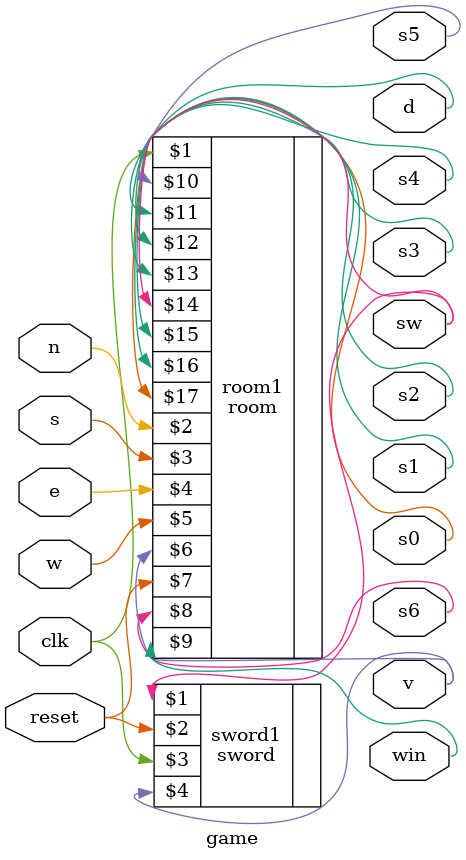
<source format=sv>
module game(input logic clk,n,s,e,w,reset,
output logic s6,win,s5,d,s4,s3,sw,s2,s1,s0,v);

room room1(clk,n,s,e,w,v,reset,s6,win,s5,d,s4,s3,sw,s2,s1,s0);
sword sword1(sw,reset,clk,v);

endmodule 




</source>
